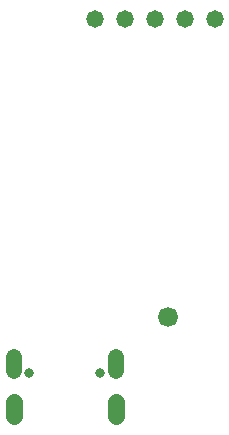
<source format=gbr>
G04 EAGLE Gerber RS-274X export*
G75*
%MOMM*%
%FSLAX34Y34*%
%LPD*%
%INSoldermask Bottom*%
%IPPOS*%
%AMOC8*
5,1,8,0,0,1.08239X$1,22.5*%
G01*
%ADD10C,1.473200*%
%ADD11C,0.803200*%
%ADD12C,0.833200*%
%ADD13C,1.361200*%
%ADD14C,1.403200*%
%ADD15C,1.681200*%


D10*
X115930Y354049D03*
X141330Y354049D03*
X166730Y354049D03*
D11*
X94960Y54864D03*
D12*
X94960Y54864D03*
X34960Y54864D03*
D13*
X21760Y56324D02*
X21760Y67904D01*
X108160Y67904D02*
X108160Y56324D01*
D14*
X21760Y29864D02*
X21760Y17864D01*
X108160Y17864D02*
X108160Y29864D01*
D10*
X90530Y354049D03*
X192130Y354049D03*
D15*
X152071Y101594D03*
M02*

</source>
